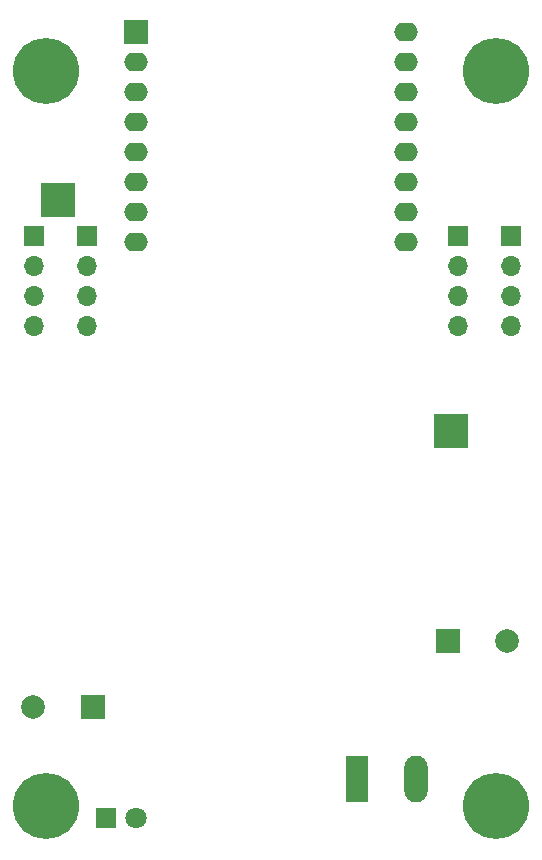
<source format=gbs>
%TF.GenerationSoftware,KiCad,Pcbnew,7.0.1*%
%TF.CreationDate,2023-06-05T22:57:51+02:00*%
%TF.ProjectId,AxisPCB-STM32F411,41786973-5043-4422-9d53-544d33324634,1*%
%TF.SameCoordinates,Original*%
%TF.FileFunction,Soldermask,Bot*%
%TF.FilePolarity,Negative*%
%FSLAX46Y46*%
G04 Gerber Fmt 4.6, Leading zero omitted, Abs format (unit mm)*
G04 Created by KiCad (PCBNEW 7.0.1) date 2023-06-05 22:57:51*
%MOMM*%
%LPD*%
G01*
G04 APERTURE LIST*
%ADD10C,5.600000*%
%ADD11C,3.600000*%
%ADD12R,1.980000X3.960000*%
%ADD13O,1.980000X3.960000*%
%ADD14R,2.000000X2.000000*%
%ADD15C,2.000000*%
%ADD16R,1.700000X1.700000*%
%ADD17O,1.700000X1.700000*%
%ADD18O,2.000000X1.600000*%
%ADD19R,1.800000X1.800000*%
%ADD20C,1.800000*%
%ADD21R,3.000000X3.000000*%
G04 APERTURE END LIST*
D10*
X156210000Y-30480000D03*
D11*
X156210000Y-30480000D03*
D12*
X144428000Y-90424000D03*
D13*
X149428000Y-90424000D03*
D14*
X152153323Y-78740000D03*
D15*
X157153323Y-78740000D03*
D16*
X121600000Y-44450000D03*
D17*
X121600000Y-46990000D03*
X121600000Y-49530000D03*
X121600000Y-52070000D03*
D11*
X156210000Y-92710000D03*
D10*
X156210000Y-92710000D03*
D14*
X125730000Y-27178000D03*
D18*
X125730000Y-29718000D03*
X125730000Y-32258000D03*
X125730000Y-34798000D03*
X125730000Y-37338000D03*
X125730000Y-39878000D03*
X125730000Y-42418000D03*
X125730000Y-44958000D03*
X148590000Y-44958000D03*
X148590000Y-42418000D03*
X148590000Y-39878000D03*
X148590000Y-37338000D03*
X148590000Y-34798000D03*
X148590000Y-32258000D03*
X148590000Y-29718000D03*
X148590000Y-27178000D03*
D16*
X157480000Y-44450000D03*
D17*
X157480000Y-46990000D03*
X157480000Y-49530000D03*
X157480000Y-52070000D03*
D16*
X117094000Y-44450000D03*
D17*
X117094000Y-46990000D03*
X117094000Y-49530000D03*
X117094000Y-52070000D03*
D19*
X123185000Y-93726000D03*
D20*
X125725000Y-93726000D03*
D14*
X122052477Y-84302600D03*
D15*
X117052477Y-84302600D03*
D11*
X118110000Y-92710000D03*
D10*
X118110000Y-92710000D03*
D11*
X118110000Y-30480000D03*
D10*
X118110000Y-30480000D03*
D16*
X153035000Y-44450000D03*
D17*
X153035000Y-46990000D03*
X153035000Y-49530000D03*
X153035000Y-52070000D03*
D21*
X119126000Y-41402000D03*
X152400000Y-60960000D03*
M02*

</source>
